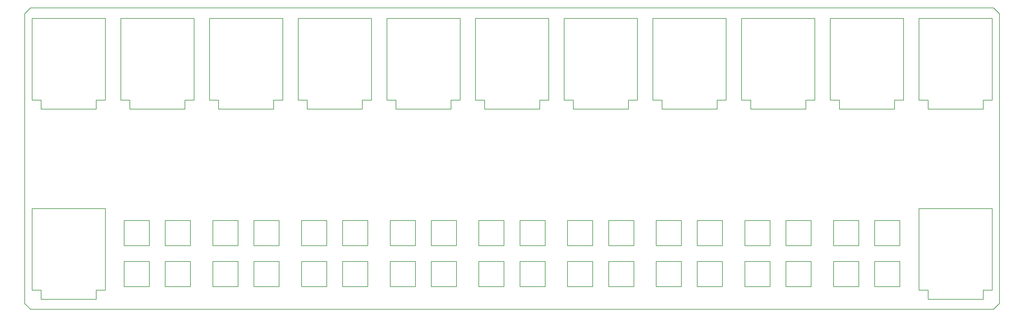
<source format=gko>
G04 Layer: BoardOutlineLayer*
G04 EasyEDA v6.5.34, 2023-08-24 10:08:58*
G04 37586862595d49128824a1d9db5d89c9,5a6b42c53f6a479593ecc07194224c93,10*
G04 Gerber Generator version 0.2*
G04 Scale: 100 percent, Rotated: No, Reflected: No *
G04 Dimensions in millimeters *
G04 leading zeros omitted , absolute positions ,4 integer and 5 decimal *
%FSLAX45Y45*%
%MOMM*%

%ADD10C,0.2540*%
D10*
X2120900Y12865100D02*
G01*
X2374900Y13119100D01*
X44107100Y13119100D01*
X44361100Y12865100D01*
X44361100Y292100D01*
X44107100Y38100D01*
X2374900Y38100D01*
X2120900Y279400D01*
X2120900Y12865100D01*
X2438704Y12658115D02*
G01*
X2438704Y9114815D01*
X2438704Y9114815D02*
G01*
X2832404Y9114815D01*
X2832404Y9114815D02*
G01*
X2832404Y8721115D01*
X2832404Y8721115D02*
G01*
X5220004Y8721115D01*
X5220004Y8721115D02*
G01*
X5220004Y9114815D01*
X5220004Y9114815D02*
G01*
X5613704Y9114815D01*
X5613704Y9114815D02*
G01*
X5613704Y12658115D01*
X5613704Y12658115D02*
G01*
X2438704Y12658115D01*
X6281902Y12658115D02*
G01*
X6281902Y9114815D01*
X6281902Y9114815D02*
G01*
X6675602Y9114815D01*
X6675602Y9114815D02*
G01*
X6675602Y8721115D01*
X6675602Y8721115D02*
G01*
X9063202Y8721115D01*
X9063202Y8721115D02*
G01*
X9063202Y9114815D01*
X9063202Y9114815D02*
G01*
X9456902Y9114815D01*
X9456902Y9114815D02*
G01*
X9456902Y12658115D01*
X9456902Y12658115D02*
G01*
X6281902Y12658115D01*
X10125100Y12658115D02*
G01*
X10125100Y9114815D01*
X10125100Y9114815D02*
G01*
X10518800Y9114815D01*
X10518800Y9114815D02*
G01*
X10518800Y8721115D01*
X10518800Y8721115D02*
G01*
X12906400Y8721115D01*
X12906400Y8721115D02*
G01*
X12906400Y9114815D01*
X12906400Y9114815D02*
G01*
X13300100Y9114815D01*
X13300100Y9114815D02*
G01*
X13300100Y12658115D01*
X13300100Y12658115D02*
G01*
X10125100Y12658115D01*
X13968298Y12658115D02*
G01*
X13968298Y9114815D01*
X13968298Y9114815D02*
G01*
X14361998Y9114815D01*
X14361998Y9114815D02*
G01*
X14361998Y8721115D01*
X14361998Y8721115D02*
G01*
X16749598Y8721115D01*
X16749598Y8721115D02*
G01*
X16749598Y9114815D01*
X16749598Y9114815D02*
G01*
X17143298Y9114815D01*
X17143298Y9114815D02*
G01*
X17143298Y12658115D01*
X17143298Y12658115D02*
G01*
X13968298Y12658115D01*
X17811495Y12658115D02*
G01*
X17811495Y9114815D01*
X17811495Y9114815D02*
G01*
X18205195Y9114815D01*
X18205195Y9114815D02*
G01*
X18205195Y8721115D01*
X18205195Y8721115D02*
G01*
X20592795Y8721115D01*
X20592795Y8721115D02*
G01*
X20592795Y9114815D01*
X20592795Y9114815D02*
G01*
X20986495Y9114815D01*
X20986495Y9114815D02*
G01*
X20986495Y12658115D01*
X20986495Y12658115D02*
G01*
X17811495Y12658115D01*
X21654719Y12658115D02*
G01*
X21654719Y9114815D01*
X21654719Y9114815D02*
G01*
X22048419Y9114815D01*
X22048419Y9114815D02*
G01*
X22048419Y8721115D01*
X22048419Y8721115D02*
G01*
X24436019Y8721115D01*
X24436019Y8721115D02*
G01*
X24436019Y9114815D01*
X24436019Y9114815D02*
G01*
X24829719Y9114815D01*
X24829719Y9114815D02*
G01*
X24829719Y12658115D01*
X24829719Y12658115D02*
G01*
X21654719Y12658115D01*
X25497916Y12658115D02*
G01*
X25497916Y9114815D01*
X25497916Y9114815D02*
G01*
X25891616Y9114815D01*
X25891616Y9114815D02*
G01*
X25891616Y8721115D01*
X25891616Y8721115D02*
G01*
X28279216Y8721115D01*
X28279216Y8721115D02*
G01*
X28279216Y9114815D01*
X28279216Y9114815D02*
G01*
X28672916Y9114815D01*
X28672916Y9114815D02*
G01*
X28672916Y12658115D01*
X28672916Y12658115D02*
G01*
X25497916Y12658115D01*
X29341114Y12658115D02*
G01*
X29341114Y9114815D01*
X29341114Y9114815D02*
G01*
X29734814Y9114815D01*
X29734814Y9114815D02*
G01*
X29734814Y8721115D01*
X29734814Y8721115D02*
G01*
X32122414Y8721115D01*
X32122414Y8721115D02*
G01*
X32122414Y9114815D01*
X32122414Y9114815D02*
G01*
X32516114Y9114815D01*
X32516114Y9114815D02*
G01*
X32516114Y12658115D01*
X32516114Y12658115D02*
G01*
X29341114Y12658115D01*
X33184312Y12658115D02*
G01*
X33184312Y9114815D01*
X33184312Y9114815D02*
G01*
X33578012Y9114815D01*
X33578012Y9114815D02*
G01*
X33578012Y8721115D01*
X33578012Y8721115D02*
G01*
X35965612Y8721115D01*
X35965612Y8721115D02*
G01*
X35965612Y9114815D01*
X35965612Y9114815D02*
G01*
X36359312Y9114815D01*
X36359312Y9114815D02*
G01*
X36359312Y12658115D01*
X36359312Y12658115D02*
G01*
X33184312Y12658115D01*
X37027510Y12658115D02*
G01*
X37027510Y9114815D01*
X37027510Y9114815D02*
G01*
X37421210Y9114815D01*
X37421210Y9114815D02*
G01*
X37421210Y8721115D01*
X37421210Y8721115D02*
G01*
X39808810Y8721115D01*
X39808810Y8721115D02*
G01*
X39808810Y9114815D01*
X39808810Y9114815D02*
G01*
X40202510Y9114815D01*
X40202510Y9114815D02*
G01*
X40202510Y12658115D01*
X40202510Y12658115D02*
G01*
X37027510Y12658115D01*
X40870708Y12658115D02*
G01*
X40870708Y9114815D01*
X40870708Y9114815D02*
G01*
X41264408Y9114815D01*
X41264408Y9114815D02*
G01*
X41264408Y8721115D01*
X41264408Y8721115D02*
G01*
X43652008Y8721115D01*
X43652008Y8721115D02*
G01*
X43652008Y9114815D01*
X43652008Y9114815D02*
G01*
X44045708Y9114815D01*
X44045708Y9114815D02*
G01*
X44045708Y12658115D01*
X44045708Y12658115D02*
G01*
X40870708Y12658115D01*
X2438400Y4406900D02*
G01*
X2438400Y863600D01*
X2438400Y863600D02*
G01*
X2832100Y863600D01*
X2832100Y863600D02*
G01*
X2832100Y469900D01*
X2832100Y469900D02*
G01*
X5219700Y469900D01*
X5219700Y469900D02*
G01*
X5219700Y863600D01*
X5219700Y863600D02*
G01*
X5613400Y863600D01*
X5613400Y863600D02*
G01*
X5613400Y4406900D01*
X5613400Y4406900D02*
G01*
X2438400Y4406900D01*
X40870403Y4406900D02*
G01*
X40870403Y863600D01*
X40870403Y863600D02*
G01*
X41264103Y863600D01*
X41264103Y863600D02*
G01*
X41264103Y469900D01*
X41264103Y469900D02*
G01*
X43651703Y469900D01*
X43651703Y469900D02*
G01*
X43651703Y863600D01*
X43651703Y863600D02*
G01*
X44045403Y863600D01*
X44045403Y863600D02*
G01*
X44045403Y4406900D01*
X44045403Y4406900D02*
G01*
X40870403Y4406900D01*
X38950900Y2108200D02*
G01*
X38950900Y1016000D01*
X38950900Y1016000D02*
G01*
X40043100Y1016000D01*
X40043100Y1016000D02*
G01*
X40043100Y2108200D01*
X40043100Y2108200D02*
G01*
X38950900Y2108200D01*
X38950900Y3886200D02*
G01*
X38950900Y2794000D01*
X38950900Y2794000D02*
G01*
X40043100Y2794000D01*
X40043100Y2794000D02*
G01*
X40043100Y3886200D01*
X40043100Y3886200D02*
G01*
X38950900Y3886200D01*
X37171807Y2108200D02*
G01*
X37171807Y1016000D01*
X37171807Y1016000D02*
G01*
X38264007Y1016000D01*
X38264007Y1016000D02*
G01*
X38264007Y2108200D01*
X38264007Y2108200D02*
G01*
X37171807Y2108200D01*
X37171807Y3886200D02*
G01*
X37171807Y2794000D01*
X37171807Y2794000D02*
G01*
X38264007Y2794000D01*
X38264007Y2794000D02*
G01*
X38264007Y3886200D01*
X38264007Y3886200D02*
G01*
X37171807Y3886200D01*
X35107702Y2108200D02*
G01*
X35107702Y1016000D01*
X35107702Y1016000D02*
G01*
X36199902Y1016000D01*
X36199902Y1016000D02*
G01*
X36199902Y2108200D01*
X36199902Y2108200D02*
G01*
X35107702Y2108200D01*
X35107702Y3886200D02*
G01*
X35107702Y2794000D01*
X35107702Y2794000D02*
G01*
X36199902Y2794000D01*
X36199902Y2794000D02*
G01*
X36199902Y3886200D01*
X36199902Y3886200D02*
G01*
X35107702Y3886200D01*
X33328609Y2108200D02*
G01*
X33328609Y1016000D01*
X33328609Y1016000D02*
G01*
X34420809Y1016000D01*
X34420809Y1016000D02*
G01*
X34420809Y2108200D01*
X34420809Y2108200D02*
G01*
X33328609Y2108200D01*
X33328609Y3886200D02*
G01*
X33328609Y2794000D01*
X33328609Y2794000D02*
G01*
X34420809Y2794000D01*
X34420809Y2794000D02*
G01*
X34420809Y3886200D01*
X34420809Y3886200D02*
G01*
X33328609Y3886200D01*
X31264504Y2108200D02*
G01*
X31264504Y1016000D01*
X31264504Y1016000D02*
G01*
X32356704Y1016000D01*
X32356704Y1016000D02*
G01*
X32356704Y2108200D01*
X32356704Y2108200D02*
G01*
X31264504Y2108200D01*
X31264504Y3886200D02*
G01*
X31264504Y2794000D01*
X31264504Y2794000D02*
G01*
X32356704Y2794000D01*
X32356704Y2794000D02*
G01*
X32356704Y3886200D01*
X32356704Y3886200D02*
G01*
X31264504Y3886200D01*
X29485412Y2108200D02*
G01*
X29485412Y1016000D01*
X29485412Y1016000D02*
G01*
X30577612Y1016000D01*
X30577612Y1016000D02*
G01*
X30577612Y2108200D01*
X30577612Y2108200D02*
G01*
X29485412Y2108200D01*
X29485412Y3886200D02*
G01*
X29485412Y2794000D01*
X29485412Y2794000D02*
G01*
X30577612Y2794000D01*
X30577612Y2794000D02*
G01*
X30577612Y3886200D01*
X30577612Y3886200D02*
G01*
X29485412Y3886200D01*
X27421306Y2108200D02*
G01*
X27421306Y1016000D01*
X27421306Y1016000D02*
G01*
X28513506Y1016000D01*
X28513506Y1016000D02*
G01*
X28513506Y2108200D01*
X28513506Y2108200D02*
G01*
X27421306Y2108200D01*
X27421306Y3886200D02*
G01*
X27421306Y2794000D01*
X27421306Y2794000D02*
G01*
X28513506Y2794000D01*
X28513506Y2794000D02*
G01*
X28513506Y3886200D01*
X28513506Y3886200D02*
G01*
X27421306Y3886200D01*
X25642214Y2108200D02*
G01*
X25642214Y1016000D01*
X25642214Y1016000D02*
G01*
X26734414Y1016000D01*
X26734414Y1016000D02*
G01*
X26734414Y2108200D01*
X26734414Y2108200D02*
G01*
X25642214Y2108200D01*
X25642214Y3886200D02*
G01*
X25642214Y2794000D01*
X25642214Y2794000D02*
G01*
X26734414Y2794000D01*
X26734414Y2794000D02*
G01*
X26734414Y3886200D01*
X26734414Y3886200D02*
G01*
X25642214Y3886200D01*
X23578083Y2108200D02*
G01*
X23578083Y1016000D01*
X23578083Y1016000D02*
G01*
X24670283Y1016000D01*
X24670283Y1016000D02*
G01*
X24670283Y2108200D01*
X24670283Y2108200D02*
G01*
X23578083Y2108200D01*
X23578083Y3886200D02*
G01*
X23578083Y2794000D01*
X23578083Y2794000D02*
G01*
X24670283Y2794000D01*
X24670283Y2794000D02*
G01*
X24670283Y3886200D01*
X24670283Y3886200D02*
G01*
X23578083Y3886200D01*
X21799016Y2108200D02*
G01*
X21799016Y1016000D01*
X21799016Y1016000D02*
G01*
X22891216Y1016000D01*
X22891216Y1016000D02*
G01*
X22891216Y2108200D01*
X22891216Y2108200D02*
G01*
X21799016Y2108200D01*
X21799016Y3886200D02*
G01*
X21799016Y2794000D01*
X21799016Y2794000D02*
G01*
X22891216Y2794000D01*
X22891216Y2794000D02*
G01*
X22891216Y3886200D01*
X22891216Y3886200D02*
G01*
X21799016Y3886200D01*
X19734885Y2108200D02*
G01*
X19734885Y1016000D01*
X19734885Y1016000D02*
G01*
X20827085Y1016000D01*
X20827085Y1016000D02*
G01*
X20827085Y2108200D01*
X20827085Y2108200D02*
G01*
X19734885Y2108200D01*
X19734885Y3886200D02*
G01*
X19734885Y2794000D01*
X19734885Y2794000D02*
G01*
X20827085Y2794000D01*
X20827085Y2794000D02*
G01*
X20827085Y3886200D01*
X20827085Y3886200D02*
G01*
X19734885Y3886200D01*
X17955793Y2108200D02*
G01*
X17955793Y1016000D01*
X17955793Y1016000D02*
G01*
X19047993Y1016000D01*
X19047993Y1016000D02*
G01*
X19047993Y2108200D01*
X19047993Y2108200D02*
G01*
X17955793Y2108200D01*
X17955793Y3886200D02*
G01*
X17955793Y2794000D01*
X17955793Y2794000D02*
G01*
X19047993Y2794000D01*
X19047993Y2794000D02*
G01*
X19047993Y3886200D01*
X19047993Y3886200D02*
G01*
X17955793Y3886200D01*
X15891687Y2108200D02*
G01*
X15891687Y1016000D01*
X15891687Y1016000D02*
G01*
X16983887Y1016000D01*
X16983887Y1016000D02*
G01*
X16983887Y2108200D01*
X16983887Y2108200D02*
G01*
X15891687Y2108200D01*
X15891687Y3886200D02*
G01*
X15891687Y2794000D01*
X15891687Y2794000D02*
G01*
X16983887Y2794000D01*
X16983887Y2794000D02*
G01*
X16983887Y3886200D01*
X16983887Y3886200D02*
G01*
X15891687Y3886200D01*
X14112595Y2108200D02*
G01*
X14112595Y1016000D01*
X14112595Y1016000D02*
G01*
X15204795Y1016000D01*
X15204795Y1016000D02*
G01*
X15204795Y2108200D01*
X15204795Y2108200D02*
G01*
X14112595Y2108200D01*
X14112595Y3886200D02*
G01*
X14112595Y2794000D01*
X14112595Y2794000D02*
G01*
X15204795Y2794000D01*
X15204795Y2794000D02*
G01*
X15204795Y3886200D01*
X15204795Y3886200D02*
G01*
X14112595Y3886200D01*
X12048490Y2108200D02*
G01*
X12048490Y1016000D01*
X12048490Y1016000D02*
G01*
X13140690Y1016000D01*
X13140690Y1016000D02*
G01*
X13140690Y2108200D01*
X13140690Y2108200D02*
G01*
X12048490Y2108200D01*
X12048490Y3886200D02*
G01*
X12048490Y2794000D01*
X12048490Y2794000D02*
G01*
X13140690Y2794000D01*
X13140690Y2794000D02*
G01*
X13140690Y3886200D01*
X13140690Y3886200D02*
G01*
X12048490Y3886200D01*
X10269397Y2108200D02*
G01*
X10269397Y1016000D01*
X10269397Y1016000D02*
G01*
X11361597Y1016000D01*
X11361597Y1016000D02*
G01*
X11361597Y2108200D01*
X11361597Y2108200D02*
G01*
X10269397Y2108200D01*
X10269397Y3886200D02*
G01*
X10269397Y2794000D01*
X10269397Y2794000D02*
G01*
X11361597Y2794000D01*
X11361597Y2794000D02*
G01*
X11361597Y3886200D01*
X11361597Y3886200D02*
G01*
X10269397Y3886200D01*
X8205292Y2108200D02*
G01*
X8205292Y1016000D01*
X8205292Y1016000D02*
G01*
X9297492Y1016000D01*
X9297492Y1016000D02*
G01*
X9297492Y2108200D01*
X9297492Y2108200D02*
G01*
X8205292Y2108200D01*
X8205292Y3886200D02*
G01*
X8205292Y2794000D01*
X8205292Y2794000D02*
G01*
X9297492Y2794000D01*
X9297492Y2794000D02*
G01*
X9297492Y3886200D01*
X9297492Y3886200D02*
G01*
X8205292Y3886200D01*
X6426200Y2108200D02*
G01*
X6426200Y1016000D01*
X6426200Y1016000D02*
G01*
X7518400Y1016000D01*
X7518400Y1016000D02*
G01*
X7518400Y2108200D01*
X7518400Y2108200D02*
G01*
X6426200Y2108200D01*
X6426200Y3886200D02*
G01*
X6426200Y2794000D01*
X6426200Y2794000D02*
G01*
X7518400Y2794000D01*
X7518400Y2794000D02*
G01*
X7518400Y3886200D01*
X7518400Y3886200D02*
G01*
X6426200Y3886200D01*

%LPD*%
M02*

</source>
